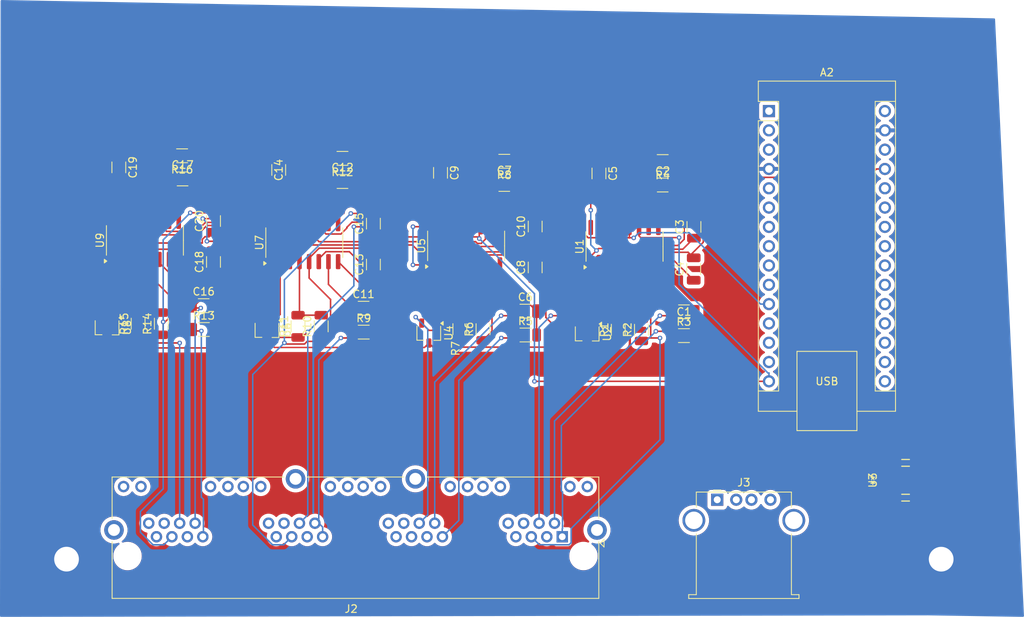
<source format=kicad_pcb>
(kicad_pcb (version 20240108) (generator "pcbnew") (generator_version "8.0")
  (layers (0 "F.Cu" signal) (31 "B.Cu" signal) (34 "B.Paste" user) (35 "F.Paste" user) (36 "B.SilkS" user "B.Silkscreen") (37 "F.SilkS" user "F.Silkscreen") (38 "B.Mask" user) (39 "F.Mask" user) (44 "Edge.Cuts" user))
  (net 0 "")
  (net 6 "DT1")
  (net 7 "GND")
  (net 8 "SCK")
  (net 9 "Net-(U5-INA+)")
  (net 11 "2A-")
  (net 12 "2B-")
  (net 14 "Net-(U5-INB+)")
  (net 17 "Net-(U5-VBG)")
  (net 23 "2E+")
  (net 39 "4A+")
  (net 44 "4A-")
  (net 47 "2A+")
  (net 49 "3E+")
  (net 50 "4E+")
  (net 51 "3A+")
  (net 57 "3E-")
  (net 59 "4E-")
  (net 60 "2E-")
  (net 62 "Net-(U5-VFB)")
  (net 65 "2B+")
  (net 66 "VCC")
  (net 68 "1E-")
  (net 69 "1E+")
  (net 70 "1A+")
  (net 71 "1A-")
  (net 72 "Net-(U1-VFB)")
  (net 73 "Net-(U1-INA+)")
  (net 74 "1B+")
  (net 75 "Net-(U1-INB+)")
  (net 76 "Net-(U1-BASE)")
  (net 77 "1B-")
  (net 78 "Net-(U1-VBG)")
  (net 82 "Net-(U4-BASE)")
  (net 84 "3A-")
  (net 85 "Net-(U7-INA+)")
  (net 86 "Net-(U7-INB+)")
  (net 87 "3B-")
  (net 88 "Net-(U7-VBG)")
  (net 89 "Net-(U7-VFB)")
  (net 90 "3B+")
  (net 91 "Net-(U6-BASE)")
  (net 93 "Net-(U5-AGND)")
  (net 94 "Net-(U9-INA+)")
  (net 95 "Net-(U9-INB+)")
  (net 96 "4B-")
  (net 97 "Net-(U9-VBG)")
  (net 98 "Net-(U9-VFB)")
  (net 99 "4B+")
  (net 100 "Net-(U8-BASE)")
  (net 108 "TX")
  (net 109 "VIN")
  (net 110 "DT3")
  (net 111 "RX")
  (net 112 "DT2")
  (net 113 "DT4")
  (footprint "Resistor_SMD:R_1206_3216Metric" (layer "F.Cu") (at 157.226 101.426)
    (property "Reference" "R3")
    (property "Value" "R3 1.2k")
  )
  (footprint "LM7805_2:DPAK-3_ONS" (layer "F.Cu") (at 182.0551 120.4596 90)
    (property "Reference" "U3")
    (property "Value" "MC7805CDTRKG")
  )
  (footprint "Resistor_SMD:R_1206_3216Metric" (layer "F.Cu") (at 94.107 100.624)
    (property "Reference" "R13")
    (property "Value" "R3 1.2k")
  )
  (footprint "Package_TO_SOT_SMD:TSOT-23" (layer "F.Cu") (at 102.4281 100.7118 -90)
    (property "Reference" "U6")
    (property "Value" "MMBT5550LT1G")
  )
  (footprint "" (layer "F.Cu") (at 76.056464 130.837083)
    (property "Reference" "")
    (property "Value" "")
  )
  (footprint "Capacitor_SMD:C_1206_3216Metric" (layer "F.Cu") (at 112.3341 81.1538)
    (property "Reference" "C12")
    (property "Value" "C")
  )
  (footprint "Resistor_SMD:R_1206_3216Metric" (layer "F.Cu") (at 109.5401 100.2038 90)
    (property "Reference" "R10")
    (property "Value" "R2 8.2k")
  )
  (footprint "Package_TO_SOT_SMD:TSOT-23" (layer "F.Cu") (at 123.698 101.092 -90)
    (property "Reference" "U4")
    (property "Value" "MMBT5550LT1G")
  )
  (footprint "Capacitor_SMD:C_1206_3216Metric" (layer "F.Cu") (at 136.3786 98.2089)
    (property "Reference" "C6")
    (property "Value" "C")
  )
  (footprint "Capacitor_SMD:C_1206_3216Metric" (layer "F.Cu") (at 116.3981 86.6928 90)
    (property "Reference" "C15")
    (property "Value" "C")
  )
  (footprint "Package_SO:SOP-16_3.9x9.9mm_P1.27mm" (layer "F.Cu") (at 107.315 89.194 90)
    (property "Reference" "U7")
    (property "Value" "HX711")
  )
  (footprint "Resistor_SMD:R_1206_3216Metric" (layer "F.Cu") (at 136.398 101.346)
    (property "Reference" "R5")
    (property "Value" "R3 1.2k")
  )
  (footprint "Resistor_SMD:R_1206_3216Metric" (layer "F.Cu") (at 148.59 100.664 90)
    (property "Reference" "R1")
    (property "Value" "R1 20k")
  )
  (footprint "Capacitor_SMD:C_1206_3216Metric" (layer "F.Cu") (at 158.5088 92.6681 90)
    (property "Reference" "C4")
    (property "Value" "C")
  )
  (footprint "Capacitor_SMD:C_1206_3216Metric" (layer "F.Cu") (at 82.931 79.288 -90)
    (property "Reference" "C19")
    (property "Value" "C")
  )
  (footprint "Capacitor_SMD:C_1206_3216Metric" (layer "F.Cu") (at 95.377 86.351 90)
    (property "Reference" "C20")
    (property "Value" "C")
  )
  (footprint "Resistor_SMD:R_1206_3216Metric" (layer "F.Cu") (at 154.432 78.526 180)
    (property "Reference" "R4")
    (property "Value" "R4 1.2k")
  )
  (footprint "Capacitor_SMD:C_1206_3216Metric" (layer "F.Cu") (at 125.222 80.01 -90)
    (property "Reference" "C9")
    (property "Value" "C")
  )
  (footprint "Resistor_SMD:R_1206_3216Metric" (layer "F.Cu") (at 151.638 100.664 90)
    (property "Reference" "R2")
    (property "Value" "R2 8.2k")
  )
  (footprint "Module:Arduino_Nano" (layer "F.Cu") (at 168.402 71.882)
    (property "Reference" "A2")
    (property "Value" "Arduino_Nano_v3.x")
  )
  (footprint "Package_SO:SOP-16_3.9x9.9mm_P1.27mm" (layer "F.Cu") (at 149.4175 89.702 90)
    (property "Reference" "U1")
    (property "Value" "HX711")
  )
  (footprint "Resistor_SMD:R_1206_3216Metric" (layer "F.Cu") (at 85.471 99.862 90)
    (property "Reference" "R15")
    (property "Value" "R1 20k")
  )
  (footprint "Connector_USB:USB_A_Stewart_SS-52100-001_Horizontal" (layer "F.Cu") (at 161.6 123.02)
    (property "Reference" "J3")
    (property "Value" "USB_B")
  )
  (footprint "Resistor_SMD:R_1206_3216Metric" (layer "F.Cu") (at 127.762 100.584 90)
    (property "Reference" "R7")
    (property "Value" "R1 20k")
  )
  (footprint "Capacitor_SMD:C_1206_3216Metric" (layer "F.Cu") (at 158.5374 87.122 90)
    (property "Reference" "C3")
    (property "Value" "C")
  )
  (footprint "Resistor_SMD:R_1206_3216Metric" (layer "F.Cu") (at 91.2515 77.764 180)
    (property "Reference" "R16")
    (property "Value" "R4 1.2k")
  )
  (footprint "Capacitor_SMD:C_1206_3216Metric" (layer "F.Cu") (at 91.313 80.812)
    (property "Reference" "C17")
    (property "Value" "C")
  )
  (footprint "Capacitor_SMD:C_1206_3216Metric" (layer "F.Cu") (at 133.604 81.534)
    (property "Reference" "C7")
    (property "Value" "C")
  )
  (footprint "Capacitor_SMD:C_1206_3216Metric" (layer "F.Cu") (at 95.377 91.734 90)
    (property "Reference" "C18")
    (property "Value" "C")
  )
  (footprint "Resistor_SMD:R_1206_3216Metric" (layer "F.Cu") (at 106.4921 100.2038 90)
    (property "Reference" "R11")
    (property "Value" "R1 20k")
  )
  (footprint "Resistor_SMD:R_1206_3216Metric" (layer "F.Cu") (at 130.81 100.584 90)
    (property "Reference" "R6")
    (property "Value" "R2 8.2k")
  )
  (footprint "Capacitor_SMD:C_1206_3216Metric" (layer "F.Cu") (at 94.0876 97.4869)
    (property "Reference" "C16")
    (property "Value" "C")
  )
  (footprint "Package_SO:SOP-16_3.9x9.9mm_P1.27mm" (layer "F.Cu") (at 86.36 88.9 90)
    (property "Reference" "U9")
    (property "Value" "HX711")
  )
  (footprint "Package_TO_SOT_SMD:TSOT-23" (layer "F.Cu") (at 144.526 101.172 -90)
    (property "Reference" "U2")
    (property "Value" "MMBT5550LT1G")
  )
  (footprint "Capacitor_SMD:C_1206_3216Metric" (layer "F.Cu") (at 157.226 98.298)
    (property "Reference" "C1")
    (property "Value" "C")
  )
  (footprint "Capacitor_SMD:C_1206_3216Metric" (layer "F.Cu") (at 137.668 87.073 90)
    (property "Reference" "C10")
    (property "Value" "C")
  )
  (footprint "" (layer "F.Cu") (at 191.040637 130.843244)
    (property "Reference" "")
    (property "Value" "")
  )
  (footprint "Package_SO:SOP-16_3.9x9.9mm_P1.27mm" (layer "F.Cu") (at 128.5895 89.622 90)
    (property "Reference" "U5")
    (property "Value" "HX711")
  )
  (footprint "Resistor_SMD:R_1206_3216Metric" (layer "F.Cu") (at 112.3341 78.1058 180)
    (property "Reference" "R12")
    (property "Value" "R4 1.2k")
  )
  (footprint "Capacitor_SMD:C_1206_3216Metric" (layer "F.Cu") (at 116.3981 92.0758 90)
    (property "Reference" "C13")
    (property "Value" "C")
  )
  (footprint "Capacitor_SMD:C_1206_3216Metric" (layer "F.Cu") (at 146.05 80.09 -90)
    (property "Reference" "C5")
    (property "Value" "C")
  )
  (footprint "Capacitor_SMD:C_1206_3216Metric" (layer "F.Cu") (at 137.668 92.456 90)
    (property "Reference" "C8")
    (property "Value" "C")
  )
  (footprint "Capacitor_SMD:C_1206_3216Metric" (layer "F.Cu") (at 103.9521 79.6298 -90)
    (property "Reference" "C14")
    (property "Value" "C")
  )
  (footprint "Resistor_SMD:R_1206_3216Metric" (layer "F.Cu") (at 115.1281 100.9658)
    (property "Reference" "R9")
    (property "Value" "R3 1.2k")
  )
  (footprint "Connector_RJ:RJ45_Amphenol_RJHSE538X-04" (layer "F.Cu") (at 141.226 127.89 180)
    (property "Reference" "J2")
    (property "Value" "Conn_01x48_Pin")
  )
  (footprint "Resistor_SMD:R_1206_3216Metric" (layer "F.Cu") (at 88.519 99.862 90)
    (property "Reference" "R14")
    (property "Value" "R2 8.2k")
  )
  (footprint "Package_TO_SOT_SMD:TSOT-23" (layer "F.Cu") (at 81.407 100.37 -90)
    (property "Reference" "U8")
    (property "Value" "MMBT5550LT1G")
  )
  (footprint "Capacitor_SMD:C_1206_3216Metric" (layer "F.Cu") (at 115.1087 97.8286)
    (property "Reference" "C11")
    (property "Value" "C")
  )
  (footprint "Resistor_SMD:R_1206_3216Metric" (layer "F.Cu") (at 133.604 78.486 180)
    (property "Reference" "R8")
    (property "Value" "R4 1.2k")
  )
  (footprint "Capacitor_SMD:C_1206_3216Metric" (layer "F.Cu") (at 154.432 81.614)
    (property "Reference" "C2")
    (property "Value" "C")
  )
  (gr_circle (center 191.040637 130.843244) (end 193.540637 130.843244) (stroke (width 0.2)) (fill none) (layer "F.Cu"))
  (gr_circle (center 76.056464 130.837083) (end 78.556464 130.837083) (stroke (width 0.2)) (fill none) (layer "F.Cu"))
  (gr_circle (center 76.530453 69.354619) (end 79.530453 69.354619) (stroke (width 0.2)) (fill none) (layer "F.Cu"))
  (gr_circle (center 191.040637 130.843244) (end 193.040637 130.843244) (stroke (width 0.2)) (fill none) (layer "F.Cu"))
  (gr_circle (center 76.056464 130.837083) (end 78.056464 130.837083) (stroke (width 0.2)) (fill none) (layer "F.Cu"))
  (gr_rect (start 72.54106 65.341648) (end 194.54106 136.341648) (stroke (width 0.2)) (fill none) (layer "F.Cu"))
  (gr_circle (center 190.98506 95.313648) (end 190.98506 95.313648) (stroke (width 0.2)) (fill none) (layer "F.Cu"))
  (gr_circle (center 76.530453 69.354619) (end 78.530453 69.354619) (stroke (width 0.2)) (fill none) (layer "F.Cu"))
  (gr_circle (center 190.53286 69.330081) (end 193.53286 69.330081) (stroke (width 0.2)) (fill none) (layer "F.Cu"))
  (gr_circle (center 190.53286 69.330081) (end 192.53286 69.330081) (stroke (width 0.2)) (fill none) (layer "F.Cu"))
  (segment (start 131.1295 86.096) (end 130.8497 85.8162) (width 0.2) (layer "F.Cu") (net 6))
  (segment (start 98.5333 88.5056) (end 107.2094 88.5056) (width 0.2) (layer "F.Cu") (net 6))
  (segment (start 130.8497 85.8162) (end 130.1112 85.8162) (width 0.2) (layer "F.Cu") (net 6))
  (segment (start 131.1295 88.4569) (end 131.1295 86.096) (width 0.2) (layer "F.Cu") (net 6))
  (segment (start 88.3227 88.1704) (end 93.2761 88.1704) (width 0.2) (layer "F.Cu") (net 6))
  (segment (start 129.8405 89.0723) (end 130.0672 89.299) (width 0.2) (layer "F.Cu") (net 6))
  (segment (start 144.6306 88.5505) (end 140.7728 84.6927) (width 0.2) (layer "F.Cu") (net 6))
  (segment (start 150.6038 88.5505) (end 150.0525 88.5505) (width 0.2) (layer "F.Cu") (net 6))
  (segment (start 130.0672 89.299) (end 130.5655 89.299) (width 0.2) (layer "F.Cu") (net 6))
  (segment (start 86.995 86.8427) (end 88.3227 88.1704) (width 0.2) (layer "F.Cu") (net 6))
  (segment (start 107.95 87.765) (end 109.2573 89.0723) (width 0.2) (layer "F.Cu") (net 6))
  (segment (start 96.9641 86.9364) (end 98.5333 88.5056) (width 0.2) (layer "F.Cu") (net 6))
  (segment (start 136.7977 84.6927) (end 136.2145 85.2759) (width 0.2) (layer "F.Cu") (net 6))
  (segment (start 94.5101 86.9364) (end 96.9641 86.9364) (width 0.2) (layer "F.Cu") (net 6))
  (segment (start 86.995 86.4) (end 86.995 86.8427) (width 0.2) (layer "F.Cu") (net 6))
  (segment (start 107.95 87.765) (end 107.95 86.694) (width 0.2) (layer "F.Cu") (net 6))
  (segment (start 109.2573 89.0723) (end 129.8405 89.0723) (width 0.2) (layer "F.Cu") (net 6))
  (segment (start 107.2094 88.5056) (end 107.95 87.765) (width 0.2) (layer "F.Cu") (net 6))
  (segment (start 131.1295 88.735) (end 131.1295 88.4569) (width 0.2) (layer "F.Cu") (net 6))
  (segment (start 150.0525 88.5505) (end 144.6306 88.5505) (width 0.2) (layer "F.Cu") (net 6))
  (segment (start 136.2145 85.2759) (end 136.2145 85.626) (width 0.2) (layer "F.Cu") (net 6))
  (segment (start 133.3836 88.4569) (end 131.1295 88.4569) (width 0.2) (layer "F.Cu") (net 6))
  (segment (start 130.5655 89.299) (end 131.1295 88.735) (width 0.2) (layer "F.Cu") (net 6))
  (segment (start 93.2761 88.1704) (end 94.5101 86.9364) (width 0.2) (layer "F.Cu") (net 6))
  (segment (start 150.0525 88.5505) (end 150.0525 87.202) (width 0.2) (layer "F.Cu") (net 6))
  (segment (start 136.2145 85.626) (end 133.3836 88.4569) (width 0.2) (layer "F.Cu") (net 6))
  (segment (start 140.7728 84.6927) (end 136.7977 84.6927) (width 0.2) (layer "F.Cu") (net 6))
  (segment (start 130.1112 85.8162) (end 129.2245 86.7029) (width 0.2) (layer "F.Cu") (net 6))
  (segment (start 150.6233 88.57) (end 150.6038 88.5505) (width 0.2) (layer "F.Cu") (net 6))
  (segment (start 129.2245 86.7029) (end 129.2245 87.122) (width 0.2) (layer "F.Cu") (net 6))
  (via (at 150.6233 88.57) (size 0.6) (drill 0.3) (layers "F.Cu" "B.Cu") (net 6))
  (segment (start 167.3003 97.282) (end 157.9027 87.8844) (width 0.2) (layer "B.Cu") (net 6))
  (segment (start 157.9027 87.8844) (end 151.3089 87.8844) (width 0.2) (layer "B.Cu") (net 6))
  (segment (start 151.3089 87.8844) (end 150.6233 88.57) (width 0.2) (layer "B.Cu") (net 6))
  (segment (start 168.402 97.282) (end 167.3003 97.282) (width 0.2) (layer "B.Cu") (net 6))
  (segment (start 167.3003 79.502) (end 165.1032 77.3049) (width 0.2) (layer "F.Cu") (net 7))
  (segment (start 104.14 86.694) (end 105.1571 86.694) (width 0.2) (layer "F.Cu") (net 7))
  (segment (start 105.1882 76.9187) (end 103.9521 78.1548) (width 0.2) (layer "F.Cu") (net 7))
  (segment (start 168.402 79.502) (end 167.3003 79.502) (width 0.2) (layer "F.Cu") (net 7))
  (segment (start 126.4301 87.122) (end 126.6845 87.122) (width 0.2) (layer "F.Cu") (net 7))
  (segment (start 146.05 77.3049) (end 126.4521 77.3049) (width 0.2) (layer "F.Cu") (net 7))
  (segment (start 125.222 78.535) (end 123.6057 76.9187) (width 0.2) (layer "F.Cu") (net 7))
  (segment (start 126.4301 87.122) (end 126.4301 79.7431) (width 0.2) (layer "F.Cu") (net 7))
  (segment (start 126.4521 77.3049) (end 125.222 78.535) (width 0.2) (layer "F.Cu") (net 7))
  (segment (start 105.1571 79.3598) (end 103.9521 78.1548) (width 0.2) (layer "F.Cu") (net 7))
  (segment (start 177.4603 79.502) (end 168.402 79.502) (width 0.2) (layer "F.Cu") (net 7))
  (segment (start 83.185 86.4) (end 84.1612 86.4) (width 0.2) (layer "F.Cu") (net 7))
  (segment (start 84.2006 76.5434) (end 102.3407 76.5434) (width 0.2) (layer "F.Cu") (net 7))
  (segment (start 82.931 77.813) (end 84.2006 76.5434) (width 0.2) (layer "F.Cu") (net 7))
  (segment (start 84.1612 86.4) (end 84.455 86.4) (width 0.2) (layer "F.Cu") (net 7))
  (segment (start 126.4301 79.7431) (end 125.222 78.535) (width 0.2) (layer "F.Cu") (net 7))
  (segment (start 147.2581 79.8231) (end 146.05 78.615) (width 0.2) (layer "F.Cu") (net 7))
  (segment (start 123.6057 76.9187) (end 105.1882 76.9187) (width 0.2) (layer "F.Cu") (net 7))
  (segment (start 146.05 77.3049) (end 146.05 78.615) (width 0.2) (layer "F.Cu") (net 7))
  (segment (start 182.5403 74.422) (end 177.4603 79.502) (width 0.2) (layer "F.Cu") (net 7))
  (segment (start 102.3407 76.5434) (end 103.9521 78.1548) (width 0.2) (layer "F.Cu") (net 7))
  (segment (start 84.1612 79.0432) (end 82.931 77.813) (width 0.2) (layer "F.Cu") (net 7))
  (segment (start 147.5125 87.202) (end 147.2581 87.202) (width 0.2) (layer "F.Cu") (net 7))
  (segment (start 84.1612 86.4) (end 84.1612 79.0432) (width 0.2) (layer "F.Cu") (net 7))
  (segment (start 105.1571 86.694) (end 105.41 86.694) (width 0.2) (layer "F.Cu") (net 7))
  (segment (start 147.2581 87.202) (end 146.2425 87.202) (width 0.2) (layer "F.Cu") (net 7))
  (segment (start 125.4145 87.122) (end 126.4301 87.122) (width 0.2) (layer "F.Cu") (net 7))
  (segment (start 165.1032 77.3049) (end 146.05 77.3049) (width 0.2) (layer "F.Cu") (net 7))
  (segment (start 105.1571 86.694) (end 105.1571 79.3598) (width 0.2) (layer "F.Cu") (net 7))
  (segment (start 147.2581 87.202) (end 147.2581 79.8231) (width 0.2) (layer "F.Cu") (net 7))
  (segment (start 183.642 74.422) (end 182.5403 74.422) (width 0.2) (layer "F.Cu") (net 7))
  (segment (start 93.1394 87.7105) (end 94.3152 86.5347) (width 0.2) (layer "F.Cu") (net 8))
  (segment (start 88.265 86.7697) (end 89.2058 87.7105) (width 0.2) (layer "F.Cu") (net 8))
  (segment (start 102.5406 88.0687) (end 106.9818 88.0687) (width 0.2) (layer "F.Cu") (net 8))
  (segment (start 168.402 107.442) (end 137.5724 107.442) (width 0.2) (layer "F.Cu") (net 8))
  (segment (start 88.265 86.4) (end 88.265 86.7697) (width 0.2) (layer "F.Cu") (net 8))
  (segment (start 120.3716 88.4381) (end 118.4408 86.5073) (width 0.2) (layer "F.Cu") (net 8))
  (segment (start 108.2986 85.3735) (end 109.22 86.2949) (width 0.2) (layer "F.Cu") (net 8))
  (segment (start 110.1658 88.0567) (end 109.22 87.1109) (width 0.2) (layer "F.Cu") (net 8))
  (segment (start 151.5425 88.5309) (end 156.5862 88.5309) (width 0.2) (layer "F.Cu") (net 8))
  (segment (start 112.9137 87.174) (end 112.9137 87.2766) (width 0.2) (layer "F.Cu") (net 8))
  (segment (start 94.3152 86.5347) (end 101.0066 86.5347) (width 0.2) (layer "F.Cu") (net 8))
  (segment (start 112.9137 87.2766) (end 112.1336 88.0567) (width 0.2) (layer "F.Cu") (net 8))
  (segment (start 130.3163 88.4381) (end 130.3163 87.3002) (width 0.2) (layer "F.Cu") (net 8))
  (segment (start 130.3163 88.4381) (end 120.3716 88.4381) (width 0.2) (layer "F.Cu") (net 8))
  (segment (start 151.3225 87.202) (end 151.3225 88.3109) (width 0.2) (layer "F.Cu") (net 8))
  (segment (start 113.5804 86.5073) (end 112.9137 87.174) (width 0.2) (layer "F.Cu") (net 8))
  (segment (start 107.6144 85.3735) (end 108.2986 85.3735) (width 0.2) (layer "F.Cu") (net 8))
  (segment (start 151.3225 88.3109) (end 151.5425 88.5309) (width 0.2) (layer "F.Cu") (net 8))
  (segment (start 106.9818 88.0687) (end 107.311 87.7395) (width 0.2) (layer "F.Cu") (net 8))
  (segment (start 130.3163 88.6536) (end 130.3163 88.4381) (width 0.2) (layer "F.Cu") (net 8))
  (segment (start 112.1336 88.0567) (end 110.1658 88.0567) (width 0.2) (layer "F.Cu") (net 8))
  (segment (start 107.311 85.6769) (end 107.6144 85.3735) (width 0.2) (layer "F.Cu") (net 8))
  (segment (start 130.3163 87.3002) (end 130.4945 87.122) (width 0.2) (layer "F.Cu") (net 8))
  (segment (start 89.2058 87.7105) (end 93.1394 87.7105) (width 0.2) (layer "F.Cu") (net 8))
  (segment (start 118.4408 86.5073) (end 113.5804 86.5073) (width 0.2) (layer "F.Cu") (net 8))
  (segment (start 109.22 87.1109) (end 109.22 86.694) (width 0.2) (layer "F.Cu") (net 8))
  (segment (start 109.22 86.2949) (end 109.22 86.694) (width 0.2) (layer "F.Cu") (net 8))
  (segment (start 107.311 87.7395) (end 107.311 85.6769) (width 0.2) (layer "F.Cu") (net 8))
  (segment (start 101.0066 86.5347) (end 102.5406 88.0687) (width 0.2) (layer "F.Cu") (net 8))
  (via (at 156.5862 88.5309) (size 0.6) (drill 0.3) (layers "F.Cu" "B.Cu") (net 8))
  (via (at 130.3163 88.6536) (size 0.6) (drill 0.3) (layers "F.Cu" "B.Cu") (net 8))
  (via (at 137.5724 107.442) (size 0.6) (drill 0.3) (layers "F.Cu" "B.Cu") (net 8))
  (segment (start 130.3163 88.6536) (end 137.5724 95.9097) (width 0.2) (layer "B.Cu") (net 8))
  (segment (start 137.5724 95.9097) (end 137.5724 107.442) (width 0.2) (layer "B.Cu") (net 8))
  (segment (start 168.402 107.442) (end 168.402 106.3403) (width 0.2) (layer "B.Cu") (net 8))
  (segment (start 168.402 106.3403) (end 168.2643 106.3403) (width 0.2) (layer "B.Cu") (net 8))
  (segment (start 156.5862 94.6622) (end 156.5862 88.5309) (width 0.2) (layer "B.Cu") (net 8))
  (segment (start 168.2643 106.3403) (end 156.5862 94.6622) (width 0.2) (layer "B.Cu") (net 8))
  (segment (start 137.8536 98.2089) (end 133.0345 93.3898) (width 0.2) (layer "F.Cu") (net 9))
  (segment (start 137.8605 101.346) (end 137.8536 101.3391) (width 0.2) (layer "F.Cu") (net 9))
  (segment (start 133.0345 93.3898) (end 133.0345 92.122) (width 0.2) (layer "F.Cu") (net 9))
  (segment (start 137.8536 101.3391) (end 137.8536 98.2089) (width 0.2) (layer "F.Cu") (net 9))
  (segment (start 131.7645 95.0698) (end 131.7645 92.122) (width 0.2) (layer "F.Cu") (net 11))
  (segment (start 134.3012 98.8113) (end 134.9036 98.2089) (width 0.2) (layer "F.Cu") (net 11))
  (segment (start 134.9036 98.2089) (end 131.7645 95.0698) (width 0.2) (layer "F.Cu") (net 11))
  (segment (start 133.1884 98.8113) (end 134.3012 98.8113) (width 0.2) (layer "F.Cu") (net 11))
  (via (at 133.1884 98.8113) (size 0.6) (drill 0.3) (layers "F.Cu" "B.Cu") (net 11))
  (segment (start 124.46 107.5397) (end 133.1884 98.8113) (width 0.2) (layer "B.Cu") (net 11))
  (segment (start 124.46 126.11) (end 124.46 107.5397) (width 0.2) (layer "B.Cu") (net 11))
  (segment (start 135.079 85.0775) (end 133.0345 87.122) (width 0.2) (layer "F.Cu") (net 12))
  (segment (start 135.079 81.534) (end 135.079 85.0775) (width 0.2) (layer "F.Cu") (net 12))
  (segment (start 132.129 81.534) (end 131.7645 81.8985) (width 0.2) (layer "F.Cu") (net 14))
  (segment (start 132.1415 78.486) (end 132.129 78.4985) (width 0.2) (layer "F.Cu") (net 14))
  (segment (start 132.129 78.4985) (end 132.129 81.534) (width 0.2) (layer "F.Cu") (net 14))
  (segment (start 131.7645 81.8985) (end 131.7645 87.122) (width 0.2) (layer "F.Cu") (net 14))
  (segment (start 130.4945 92.122) (end 130.4945 91.7523) (width 0.2) (layer "F.Cu") (net 17))
  (segment (start 131.4351 90.8117) (end 134.5487 90.8117) (width 0.2) (layer "F.Cu") (net 17))
  (segment (start 134.5487 90.8117) (end 137.668 93.931) (width 0.2) (layer "F.Cu") (net 17))
  (segment (start 130.4945 91.7523) (end 131.4351 90.8117) (width 0.2) (layer "F.Cu") (net 17))
  (segment (start 125.7238 100.0082) (end 126.0153 99.7167) (width 0.2) (layer "F.Cu") (net 23))
  (segment (start 124.9982 100.7338) (end 125.7238 100.0082) (width 0.2) (layer "F.Cu") (net 23))
  (segment (start 128.7132 89.7007) (end 136.5153 89.7007) (width 0.2) (layer "F.Cu") (net 23))
  (segment (start 126.6845 92.122) (end 126.6845 91.7294) (width 0.2) (layer "F.Cu") (net 23))
  (segment (start 136.5153 89.7007) (end 137.668 88.548) (width 0.2) (layer "F.Cu") (net 23))
  (segment (start 126.0153 99.7167) (end 126.0153 98.2578) (width 0.2) (layer "F.Cu") (net 23))
  (segment (start 123.6998 100.7338) (end 124.9982 100.7338) (width 0.2) (layer "F.Cu") (net 23))
  (segment (start 126.0153 98.2578) (end 126.6845 97.5886) (width 0.2) (layer "F.Cu") (net 23))
  (segment (start 126.6845 97.5886) (end 126.6845 92.122) (width 0.2) (layer "F.Cu") (net 23))
  (segment (start 126.6845 91.7294) (end 128.7132 89.7007) (width 0.2) (layer "F.Cu") (net 23))
  (segment (start 122.748 99.782) (end 123.6998 100.7338) (width 0.2) (layer "F.Cu") (net 23))
  (segment (start 121.9593 98.9933) (end 122.748 99.782) (width 0.2) (layer "F.Cu") (net 23))
  (segment (start 127.762 102.0465) (end 125.7238 100.0082) (width 0.2) (layer "F.Cu") (net 23))
  (via (at 121.9593 98.9933) (size 0.6) (drill 0.3) (layers "F.Cu" "B.Cu") (net 23))
  (segment (start 122.428 126.11) (end 123.5434 124.9946) (width 0.2) (layer "B.Cu") (net 23))
  (segment (start 123.5434 100.5774) (end 121.9593 98.9933) (width 0.2) (layer "B.Cu") (net 23))
  (segment (start 123.5434 124.9946) (end 123.5434 100.5774) (width 0.2) (layer "B.Cu") (net 23))
  (segment (start 92.6445 100.624) (end 92.8345 100.814) (width 0.2) (layer "F.Cu") (net 39))
  (segment (start 92.8345 100.814) (end 93.7809 100.814) (width 0.2) (layer "F.Cu") (net 39))
  (via (at 93.7809 100.814) (size 0.6) (drill 0.3) (layers "F.Cu" "B.Cu") (net 39))
  (segment (start 94.0545 127.8115) (end 94.0545 122.9573) (width 0.2) (layer "B.Cu") (net 39))
  (segment (start 94.0545 122.9573) (end 93.7809 122.6837) (width 0.2) (layer "B.Cu") (net 39))
  (segment (start 93.7809 122.6837) (end 93.7809 100.814) (width 0.2) (layer "B.Cu") (net 39))
  (segment (start 93.976 127.89) (end 94.0545 127.8115) (width 0.2) (layer "B.Cu") (net 39))
  (segment (start 96.6269 92.6867) (end 96.2715 92.3313) (width 0.2) (layer "F.Cu") (net 44))
  (segment (start 92.8924 97.4869) (end 96.6269 93.7524) (width 0.2) (layer "F.Cu") (net 44))
  (segment (start 96.6269 93.7524) (end 96.6269 92.6867) (width 0.2) (layer "F.Cu") (net 44))
  (segment (start 90.4613 92.7548) (end 89.535 91.8285) (width 0.2) (layer "F.Cu") (net 44))
  (segment (start 92.7825 92.7548) (end 90.4613 92.7548) (width 0.2) (layer "F.Cu") (net 44))
  (segment (start 92.6126 97.4869) (end 92.8924 97.4869) (width 0.2) (layer "F.Cu") (net 44))
  (segment (start 96.2715 92.3313) (end 93.206 92.3313) (width 0.2) (layer "F.Cu") (net 44))
  (segment (start 93.206 92.3313) (end 92.7825 92.7548) (width 0.2) (layer "F.Cu") (net 44))
  (segment (start 93.7027 97.794) (end 92.9197 97.794) (width 0.2) (layer "F.Cu") (net 44))
  (segment (start 92.9197 97.794) (end 92.6126 97.4869) (width 0.2) (layer "F.Cu") (net 44))
  (segment (start 89.535 91.8285) (end 89.535 91.4) (width 0.2) (layer "F.Cu") (net 44))
  (via (at 93.7027 97.794) (size 0.6) (drill 0.3) (layers "F.Cu" "B.Cu") (net 44))
  (segment (start 93.7027 97.794) (end 92.96 98.5367) (width 0.2) (layer "B.Cu") (net 44))
  (segment (start 92.96 98.5367) (end 92.96 126.11) (width 0.2) (layer "B.Cu") (net 44))
  (segment (start 133.2106 101.7392) (end 134.5423 101.7392) (width 0.2) (layer "F.Cu") (net 47))
  (segment (start 134.5423 101.7392) (end 134.9355 101.346) (width 0.2) (layer "F.Cu") (net 47))
  (via (at 133.2106 101.7392) (size 0.6) (drill 0.3) (layers "F.Cu" "B.Cu") (net 47))
  (segment (start 125.476 127.89) (end 127.631 125.735) (width 0.2) (layer "B.Cu") (net 47))
  (segment (start 127.631 125.735) (end 127.631 107.3188) (width 0.2) (layer "B.Cu") (net 47))
  (segment (start 127.631 107.3188) (end 133.2106 101.7392) (width 0.2) (layer "B.Cu") (net 47))
  (segment (start 103.505 90.6577) (end 103.7791 90.3836) (width 0.2) (layer "F.Cu") (net 49))
  (segment (start 104.5573 90.3836) (end 105.41 91.2363) (width 0.2) (layer "F.Cu") (net 49))
  (segment (start 115.3395 87.1092) (end 116.3981 88.1678) (width 0.2) (layer "F.Cu") (net 49))
  (segment (start 107.0418 101.6663) (end 107.7689 100.9392) (width 0.2) (layer "F.Cu") (net 49))
  (segment (start 106.4921 101.6663) (end 107.0418 101.6663) (width 0.2) (layer "F.Cu") (net 49))
  (segment (start 103.7426 101.6663) (end 101.4781 99.4018) (width 0.2) (layer "F.Cu") (net 49))
  (segment (start 105.41 91.2363) (end 105.41 91.694) (width 0.2) (layer "F.Cu") (net 49))
  (segment (start 101.4781 99.4018) (end 103.505 97.3749) (width 0.2) (layer "F.Cu") (net 49))
  (segment (start 113.8324 87.1092) (end 115.3395 87.1092) (width 0.2) (layer "F.Cu") (net 49))
  (segment (start 106.4921 101.6663) (end 103.7426 101.6663) (width 0.2) (layer "F.Cu") (net 49))
  (segment (start 103.7791 90.3836) (end 104.5573 90.3836) (width 0.2) (layer "F.Cu") (net 49))
  (segment (start 103.505 97.3749) (end 103.505 90.6577) (width 0.2) (layer "F.Cu") (net 49))
  (via (at 113.8324 87.1092) (size 0.6) (drill 0.3) (layers "F.Cu" "B.Cu") (net 49))
  (via (at 107.7689 100.9392) (size 0.6) (drill 0.3) (layers "F.Cu" "B.Cu") (net 49))
  (segment (start 107.7689 125.0191) (end 107.7689 100.9392) (width 0.2) (layer "B.Cu") (net 49))
  (segment (start 107.7689 100.9392) (end 113.8324 94.8757) (width 0.2) (layer "B.Cu") (net 49))
  (segment (start 113.8324 94.8757) (end 113.8324 87.1092) (width 0.2) (layer "B.Cu") (net 49))
  (segment (start 106.678 126.11) (end 107.7689 125.0191) (width 0.2) (layer "B.Cu") (net 49))
  (segment (start 94.776 88.427) (end 94.7603 88.4114) (width 0.2) (layer "F.Cu") (net 50))
  (segment (start 83.7858 98.9332) (end 83.7858 97.5358) (width 0.2) (layer "F.Cu") (net 50))
  (segment (start 83.4328 99.2862) (end 83.7858 98.9332) (width 0.2) (layer "F.Cu") (net 50))
  (segment (start 83.4328 99.2862) (end 85.471 101.3245) (width 0.2) (layer "F.Cu") (net 50))
  (segment (start 93.9094 89.2413) (end 86.241 89.2413) (width 0.2) (layer "F.Cu") (net 50))
  (segment (start 84.455 96.8666) (end 84.455 91.4) (width 0.2) (layer "F.Cu") (net 50))
  (segment (start 86.241 89.2413) (end 84.455 91.0273) (width 0.2) (layer "F.Cu") (net 50))
  (segment (start 82.7072 100.0118) (end 83.4328 99.2862) (width 0.2) (layer "F.Cu") (net 50))
  (segment (start 81.4088 100.0118) (end 82.7072 100.0118) (width 0.2) (layer "F.Cu") (net 50))
  (segment (start 94.7603 88.4114) (end 94.262 88.4114) (width 0.2) (layer "F.Cu") (net 50))
  (segment (start 94.262 88.4114) (end 93.9094 88.764) (width 0.2) (layer "F.Cu") (net 50))
  (segment (start 80.457 99.06) (end 81.4088 100.0118) (width 0.2) (layer "F.Cu") (net 50))
  (segment (start 95.377 87.826) (end 94.776 88.427) (width 0.2) (layer "F.Cu") (net 50))
  (segment (start 84.455 91.0273) (end 84.455 91.4) (width 0.2) (layer "F.Cu") (net 50))
  (segment (start 93.9094 88.764) (end 93.9094 89.2413) (width 0.2) (layer "F.Cu") (net 50))
  (segment (start 86.5399 102.3934) (end 90.928 102.3934) (width 0.2) (layer "F.Cu") (net 50))
  (segment (start 85.471 101.3245) (end 86.5399 102.3934) (width 0.2) (layer "F.Cu") (net 50))
  (segment (start 83.7858 97.5358) (end 84.455 96.8666) (width 0.2) (layer "F.Cu") (net 50))
  (via (at 90.928 102.3934) (size 0.6) (drill 0.3) (layers "F.Cu" "B.Cu") (net 50))
  (segment (start 90.928 126.11) (end 90.928 102.3934) (width 0.2) (layer "B.Cu") (net 50))
  (segment (start 112.1267 101.7392) (end 112.8922 101.7392) (width 0.2) (layer "F.Cu") (net 51))
  (segment (start 112.8922 101.7392) (end 113.6656 100.9658) (width 0.2) (layer "F.Cu") (net 51))
  (via (at 112.1267 101.7392) (size 0.6) (drill 0.3) (layers "F.Cu" "B.Cu") (net 51))
  (segment (start 109.726 126.618) (end 109.218 126.11) (width 0.2) (layer "B.Cu") (net 51))
  (segment (start 109.218 104.6479) (end 112.1267 101.7392) (width 0.2) (layer "B.Cu") (net 51))
  (segment (start 108.71 126.11) (end 109.218 126.11) (width 0.2) (layer "B.Cu") (net 51))
  (segment (start 109.726 127.89) (end 109.726 126.618) (width 0.2) (layer "B.Cu") (net 51))
  (segment (start 109.218 126.11) (end 109.218 104.6479) (width 0.2) (layer "B.Cu") (net 51))
  (segment (start 107.95 93.8553) (end 107.95 91.694) (width 0.2) (layer "F.Cu") (net 57))
  (segment (start 107.3427 102.5347) (end 104.8502 102.5347) (width 0.2) (layer "F.Cu") (net 57))
  (segment (start 107.95 91.694) (end 107.95 91.2362) (width 0.2) (layer "F.Cu") (net 57))
  (segment (start 115.7213 89.924) (end 116.3981 90.6008) (width 0.2) (layer "F.Cu") (net 57))
  (segment (start 109.5401 101.6663) (end 109.0219 102.1845) (width 0.2) (layer "F.Cu") (net 57))
  (segment (start 110.7647 96.67) (end 107.95 93.8553) (width 0.2) (layer "F.Cu") (net 57))
  (segment (start 113.428 85.3547) (end 116.2612 85.3547) (width 0.2) (layer "F.Cu") (net 57))
  (segment (start 107.6928 102.1845) (end 107.6928 102.1846) (width 0.2) (layer "F.Cu") (net 57))
  (segment (start 116.2612 85.3547) (end 116.3981 85.2178) (width 0.2) (layer "F.Cu") (net 57))
  (segment (start 107.6928 102.1846) (end 107.3427 102.5347) (width 0.2) (layer "F.Cu") (net 57))
  (segment (start 110.7647 100.4417) (end 110.7647 96.67) (width 0.2) (layer "F.Cu") (net 57))
  (segment (start 104.8502 102.5347) (end 104.6967 102.3812) (width 0.2) (layer "F.Cu") (net 57))
  (segment (start 109.2622 89.924) (end 115.7213 89.924) (width 0.2) (layer "F.Cu") (net 57))
  (segment (start 109.5401 101.6663) (end 110.7647 100.4417) (width 0.2) (layer "F.Cu") (net 57))
  (segment (start 109.0219 102.1845) (end 107.6928 102.1845) (width 0.2) (layer "F.Cu") (net 57))
  (segment (start 107.95 91.2362) (end 109.2622 89.924) (width 0.2) (layer "F.Cu") (net 57))
  (via (at 113.428 85.3547) (size 0.6) (drill 0.3) (layers "F.Cu" "B.Cu") (net 57))
  (via (at 104.6967 102.3812) (size 0.6) (drill 0.3) (layers "F.Cu" "B.Cu") (net 57))
  (segment (start 104.6043 128.9477) (end 103.1329 128.9477) (width 0.2) (layer "B.Cu") (net 57))
  (segment (start 104.6967 94.086) (end 104.6967 102.3812) (width 0.2) (layer "B.Cu") (net 57))
  (segment (start 113.428 85.3547) (end 104.6967 94.086) (width 0.2) (layer "B.Cu") (net 57))
  (segment (start 100.5348 106.5431) (end 104.6967 102.3812) (width 0.2) (layer "B.Cu") (net 57))
  (segment (start 105.662 127.89) (end 104.6043 128.9477) (width 0.2) (layer "B.Cu") (net 57))
  (segment (start 103.1329 128.9477) (end 100.5348 126.3496) (width 0.2) (layer "B.Cu") (net 57))
  (segment (start 100.5348 126.3496) (end 100.5348 106.5431) (width 0.2) (layer "B.Cu") (net 57))
  (segment (start 86.995 90.9935) (end 87.9278 90.0607) (width 0.2) (layer "F.Cu") (net 59))
  (segment (start 92.3215 85.2693) (end 94.9837 85.2693) (width 0.2) (layer "F.Cu") (net 59))
  (segment (start 86.995 93.5454) (end 86.995 91.4) (width 0.2) (layer "F.Cu") (net 59))
  (segment (start 88.7608 101.0827) (end 88.7608 99.6191) (width 0.2) (layer "F.Cu") (net 59))
  (segment (start 88.519 101.3245) (end 88.7608 101.0827) (width 0.2) (layer "F.Cu") (net 59))
  (segment (start 94.9837 85.2693) (end 95.377 84.876) (width 0.2) (layer "F.Cu") (net 59))
  (segment (start 89.6968 96.2472) (end 86.995 93.5454) (width 0.2) (layer "F.Cu") (net 59))
  (segment (start 88.7608 99.6191) (end 89.0241 99.6191) (width 0.2) (layer "F.Cu") (net 59))
  (segment (start 89.0241 99.6191) (end 89.6968 98.9464) (width 0.2) (layer "F.Cu") (net 59))
  (segment (start 89.6968 98.9464) (end 89.6968 96.2472) (width 0.2) (layer "F.Cu") (net 59))
  (segment (start 95.1787 90.0607) (end 95.377 90.259) (width 0.2) (layer "F.Cu") (net 59))
  (segment (start 87.9278 90.0607) (end 95.1787 90.0607) (width 0.2) (layer "F.Cu") (net 59))
  (segment (start 86.995 91.4) (end 86.995 90.9935) (width 0.2) (layer "F.Cu") (net 59))
  (via (at 88.7608 99.6191) (size 0.6) (drill 0.3) (layers "F.Cu" "B.Cu") (net 59))
  (via (at 92.3215 85.2693) (size 0.6) (drill 0.3) (layers "F.Cu" "B.Cu") (net 59))
  (segment (start 85.7703 124.5769) (end 88.7608 121.5864) (width 0.2) (layer "B.Cu") (net 59))
  (segment (start 88.7608 88.83) (end 92.3215 85.2693) (width 0.2) (layer "B.Cu") (net 59))
  (segment (start 88.8487 128.9533) (end 87.4265 128.9533) (width 0.2) (layer "B.Cu") (net 59))
  (segment (start 87.4265 128.9533) (end 85.7703 127.2971) (width 0.2) (layer "B.Cu") (net 59))
  (segment (start 85.7703 127.2971) (end 85.7703 124.5769) (width 0.2) (layer "B.Cu") (net 59))
  (segment (start 88.7608 99.6191) (end 88.7608 88.83) (width 0.2) (layer "B.Cu") (net 59))
  (segment (start 89.912 127.89) (end 88.8487 128.9533) (width 0.2) (layer "B.Cu") (net 59))
  (segment (start 88.7608 121.5864) (end 88.7608 99.6191) (width 0.2) (layer "B.Cu") (net 59))
  (segment (start 127.9545 99.1215) (end 127.762 99.1215) (width 0.2) (layer "F.Cu") (net 62))
  (segment (start 130.81 99.1215) (end 127.9545 99.1215) (width 0.2) (layer "F.Cu") (net 62))
  (segment (start 127.9545 99.1215) (end 127.9545 92.122) (width 0.2) (layer "F.Cu") (net 62))
  (segment (start 82.7728 103.0458) (end 81.407 101.68) (width 0.2) (layer "F.Cu") (net 66))
  (segment (start 121.6002 87.0997) (end 124.1222 87.0997) (width 0.2) (layer "F.Cu") (net 66))
  (segment (start 82.931 80.763) (end 81.915 81.779) (width 0.2) (layer "F.Cu") (net 66))
  (segment (start 124.1222 87.0997) (end 124.1445 87.122) (width 0.2) (layer "F.Cu") (net 66))
  (segment (start 125.222 81.485) (end 124.1445 82.5625) (width 0.2) (layer "F.Cu") (net 66))
  (segment (start 102.87 91.694) (end 100.8257 93.7383) (width 0.2) (layer "F.Cu") (net 66))
  (segment (start 102.4281 102.0218) (end 103.3927 102.9864) (width 0.2) (layer "F.Cu") (net 66))
  (segment (start 124.2413 102.9453) (end 123.698 102.402) (width 0.2) (layer "F.Cu") (net 66))
  (segment (start 102.4281 102.0218) (end 101.4041 103.0458) (width 0.2) (layer "F.Cu") (net 66))
  (segment (start 144.0627 102.9453) (end 124.2413 102.9453) (width 0.2) (layer "F.Cu") (net 66))
  (segment (start 81.915 86.4) (end 81.915 91.4) (width 0.2) (layer "F.Cu") (net 66))
  (segment (start 81.915 81.779) (end 81.915 86.4) (width 0.2) (layer "F.Cu") (net 66))
  (segment (start 102.87 82.1869) (end 102.87 86.0352) (width 0.2) (layer "F.Cu") (net 66))
  (segment (start 144.9725 84.9222) (end 144.9725 82.6425) (width 0.2) (layer "F.Cu") (net 66))
  (segment (start 79.794 100.067) (end 79.794 93.521) (width 0.2) (layer "F.Cu") (net 66))
  (segment (start 144.9725 90.9876) (end 145.7281 90.232) (width 0.2) (layer "F.Cu") (net 66))
  (segment (start 144.9725 82.6425) (end 146.05 81.565) (width 0.2) (layer "F.Cu") (net 66))
  (segment (start 183.642 79.502) (end 182.5403 79.502) (width 0.2) (layer "F.Cu") (net 66))
  (segment (start 181.4386 80.6037) (end 182.5403 79.502) (width 0.2) (layer "F.Cu") (net 66))
  (segment (start 151.0755 89.5659) (end 156.4414 89.5659) (width 0.2) (layer "F.Cu") (net 66))
  (segment (start 145.994 89.9661) (end 150.6753 89.9661) (width 0.2) (layer "F.Cu") (net 66))
  (segment (start 142.5158 102.482) (end 139.0744 99.0406) (width 0.2) (layer "F.Cu") (net 66))
  (segment (start 124.1445 92.122) (end 121.6002 92.122) (width 0.2) (layer "F.Cu") (net 66))
  (segment (start 102.87 90.6237) (end 103.9929 89.5008) (width 0.2) (layer "F.Cu") (net 66))
  (segment (start 103.9929 89.5008) (end 121.5233 89.5008) (width 0.2) (layer "F.Cu") (net 66))
  (segment (start 150.6753 89.9661) (end 151.0755 89.5659) (width 0.2) (layer "F.Cu") (net 66))
  (segment (start 123.1136 102.9864) (end 123.698 102.402) (width 0.2) (layer "F.Cu") (net 66))
  (segment (start 79.794 93.521) (end 81.915 91.4) (width 0.2) (layer "F.Cu") (net 66))
  (segment (start 101.2594 89.0131) (end 102.87 90.6237) (width 0.2) (layer "F.Cu") (net 66))
  (segment (start 157.2613 88.746) (end 157.2613 85.1285) (width 0.2) (layer "F.Cu") (net 66))
  (segment (start 145.7281 90.232) (end 145.994 89.9661) (width 0.2) (layer "F.Cu") (net 66))
  (segment (start 161.7861 80.6037) (end 181.4386 80.6037) (width 0.2) (layer "F.Cu") (net 66))
  (segment (start 157.2613 85.1285) (end 161.7861 80.6037) (width 0.2) (layer "F.Cu") (net 66))
  (segment (start 144.526 102.482) (end 142.5158 102.482) (width 0.2) (layer "F.Cu") (net 66))
  (segment (start 100.8257 100.4194) (end 102.4281 102.0218) (width 0.2) (layer "F.Cu") (net 66))
  (segment (start 124.1445 82.5625) (end 124.1445 87.122) (width 0.2) (layer "F.Cu") (net 66))
  (segment (start 139.0744 98.1001) (end 144.9725 92.202) (width 0.2) (layer "F.Cu") (net 66))
  (segment (start 144.9725 92.202) (end 144.9725 90.9876) (width 0.2) (layer "F.Cu") (net 66))
  (segment (start 156.4414 89.5659) (end 157.2613 88.746) (width 0.2) (layer "F.Cu") (net 66))
  (segment (start 139.0744 99.0406) (end 139.0744 98.1001) (width 0.2) (layer "F.Cu") (net 66))
  (segment (start 94.5111 89.0131) (end 101.2594 89.0131) (width 0.2) (layer "F.Cu") (net 66))
  (segment (start 81.407 101.68) (end 79.794 100.067) (width 0.2) (layer "F.Cu") (net 66))
  (segment (start 102.87 86.0352) (end 102.87 86.694) (width 0.2) (layer "F.Cu") (net 66))
  (segment (start 103.9521 81.1048) (end 102.87 82.1869) (width 0.2) (layer "F.Cu") (net 66))
  (segment (start 102.87 90.6237) (end 102.87 91.694) (width 0.2) (layer "F.Cu") (net 66))
  (segment (start 101.4041 103.0458) (end 82.7728 103.0458) (width 0.2) (layer "F.Cu") (net 66))
  (segment (start 103.3927 102.9864) (end 123.1136 102.9864) (width 0.2) (layer "F.Cu") (net 66))
  (segment (start 144.9725 87.202) (end 144.9725 84.9222) (width 0.2) (layer "F.Cu") (net 66))
  (segment (start 102.87 86.0352) (end 93.9638 86.0352) (width 0.2) (layer "F.Cu") (net 66))
  (segment (start 100.8257 93.7383) (end 100.8257 100.4194) (width 0.2) (layer "F.Cu") (net 66))
  (segment (start 144.526 102.482) (end 144.0627 102.9453) (width 0.2) (layer "F.Cu") (net 66))
  (segment (start 121.5233 89.5008) (end 124.1445 92.122) (width 0.2) (layer "F.Cu") (net 66))
  (via (at 94.5111 89.0131) (size 0.6) (drill 0.3) (layers "F.Cu" "B.Cu") (net 66))
  (via (at 145.7281 90.232) (size 0.6) (drill 0.3) (layers "F.Cu" "B.Cu") (net 66))
  (via (at 144.9725 84.9222) (size 0.6) (drill 0.3) (layers "F.Cu" "B.Cu") (net 66))
  (via (at 121.6002 87.0997) (size 0.6) (drill 0.3) (layers "F.Cu" "B.Cu") (net 66))
  (via (at 93.9638 86.0352) (size 0.6) (drill 0.3) (layers "F.Cu" "B.Cu") (net 66))
  (via (at 121.6002 92.122) (size 0.6) (drill 0.3) (layers "F.Cu" "B.Cu") (net 66))
  (segment (start 94.5111 86.5825) (end 94.5111 89.0131) (width 0.2) (layer "B.Cu") (net 66))
  (segment (start 144.9726 89.4765) (end 144.9726 84.9222) (width 0.2) (layer "B.Cu") (net 66))
  (segment (start 93.9638 86.0352) (end 94.5111 86.5825) (width 0.2) (layer "B.Cu") (net 66))
  (segment (start 145.7281 90.232) (end 144.9726 89.4765) (width 0.2) (layer "B.Cu") (net 66))
  (segment (start 144.9726 84.9222) (end 144.9725 84.9222) (width 0.2) (layer "B.Cu") (net 66))
  (segment (start 121.6002 87.0997) (end 121.6002 92.122) (width 0.2) (layer "B.Cu") (net 66))
  (segment (start 152.8551 101.7392) (end 152.0253 101.7392) (width 0.2) (layer "F.Cu") (net 68))
  (segment (start 152.0253 101.7392) (end 151.638 102.1265) (width 0.2) (layer "F.Cu") (net 68))
  (segment (start 150.0525 92.202) (end 150.0525 95.6515) (width 0.2) (layer "F.Cu") (net 68))
  (segment (start 151.4201 90.4623) (end 157.778 90.4623) (width 0.2) (layer "F.Cu") (net 68))
  (segment (start 159.7638 89.1449) (end 158.1122 90.7965) (width 0.2) (layer "F.Cu") (net 68))
  (segment (start 150.0525 92.202) (end 150.0525 91.8299) (width 0.2) (layer "F.Cu") (net 68))
  (segment (start 154.0735 101.7392) (end 152.8551 101.7392) (width 0.2) (layer "F.Cu") (net 68))
  (segment (start 158.5088 91.1931) (end 158.1122 90.7965) (width 0.2) (layer "F.Cu") (net 68))
  (segment (start 157.778 90.4623) (end 158.1122 90.7965) (width 0.2) (layer "F.Cu") (net 68))
  (segment (start 152.8551 98.4541) (end 152.8551 101.7392) (width 0.2) (layer "F.Cu") (net 68))
  (segment (start 150.0525 95.6515) (end 152.8551 98.4541) (width 0.2) (layer "F.Cu") (net 68))
  (segment (start 159.7638 86.8734) (end 159.7638 89.1449) (width 0.2) (layer "F.Cu") (net 68))
  (segment (start 158.5374 85.647) (end 159.7638 86.8734) (width 0.2) (layer "F.Cu") (net 68))
  (segment (start 150.0525 91.8299) (end 151.4201 90.4623) (width 0.2) (layer "F.Cu") (net 68))
  (via (at 154.0735 101.7392) (size 0.6) (drill 0.3) (layers "F.Cu" "B.Cu") (net 68))
  (segment (start 142.3991 126.799) (end 154.0735 115.1246) (width 0.2) (layer "B.Cu") (net 68))
  (segment (start 138.2137 128.9417) (end 142.1313 128.9417) (width 0.2) (layer "B.Cu") (net 68))
  (segment (start 142.1313 128.9417) (end 142.3991 128.6739) (width 0.2) (layer "B.Cu") (net 68))
  (segment (start 142.3991 128.6739) (end 142.3991 126.799) (width 0.2) (layer "B.Cu") (net 68))
  (segment (start 137.162 127.89) (end 138.2137 128.9417) (width 0.2) (layer "B.Cu") (net 68))
  (segment (start 154.0735 115.1246) (end 154.0735 101.7392) (width 0.2) (layer "B.Cu") (net 68))
  (segment (start 145.8405 102.1265) (end 148.59 102.1265) (width 0.2) (layer "F.Cu") (net 69))
  (segment (start 145.6402 91.1646) (end 145.6402 97.7978) (width 0.2) (layer "F.Cu") (net 69))
  (segment (start 150.8416 90.3678) (end 151.1488 90.0606) (width 0.2) (layer "F.Cu") (net 69))
  (segment (start 142.5253 98.8113) (end 143.576 99.862) (width 0.2) (layer "F.Cu") (net 69))
  (segment (start 157.0738 90.0606) (end 158.5374 88.597) (width 0.2) (layer "F.Cu") (net 69))
  (segment (start 139.7175 98.8113) (end 142.5253 98.8113) (width 0.2) (layer "F.Cu") (net 69))
  (segment (start 147.5125 92.202) (end 147.5125 91.8323) (width 0.2) (layer "F.Cu") (net 69))
  (segment (start 147.5125 92.202) (end 147.5125 91.8157) (width 0.2) (layer "F.Cu") (net 69))
  (segment (start 151.1488 90.0606) (end 157.0738 90.0606) (width 0.2) (layer "F.Cu") (net 69))
  (segment (start 143.576 99.862) (end 145.8405 102.1265) (width 0.2) (layer "F.Cu") (net 69))
  (segment (start 145.6402 97.7978) (end 143.576 99.862) (width 0.2) (layer "F.Cu") (net 69))
  (segment (start 146.5799 90.8997) (end 145.9051 90.8997) (width 0.2) (layer "F.Cu") (net 69))
  (segment (start 147.5125 91.8157) (end 148.9604 90.3678) (width 0.2) (layer "F.Cu") (net 69))
  (segment (start 145.9051 90.8997) (end 145.6402 91.1646) (width 0.2) (layer "F.Cu") (net 69))
  (segment (start 147.5125 91.8323) (end 146.5799 90.8997) (width 0.2) (layer "F.Cu") (net 69))
  (segment (start 148.9604 90.3678) (end 150.8416 90.3678) (width 0.2) (layer "F.Cu") (net 69))
  (via (at 139.7175 98.8113) (size 0.6) (drill 0.3) (layers "F.Cu" "B.Cu") (net 69))
  (segment (start 138.178 100.3508) (end 139.7175 98.8113) (width 0.2) (layer "B.Cu") (net 69))
  (segment (start 138.178 126.11) (end 138.178 100.3508) (width 0.2) (layer "B.Cu") (net 69))
  (segment (start 153.5309 100.8572) (end 155.1947 100.8572) (width 0.2) (layer "F.Cu") (net 70))
  (segment (start 155.1947 100.8572) (end 155.7635 101.426) (width 0.2) (layer "F.Cu") (net 70))
  (via (at 153.5309 100.8572) (size 0.6) (drill 0.3) (layers "F.Cu" "B.Cu") (net 70))
  (segment (start 141.1071 113.281) (end 153.5309 100.8572) (width 0.2) (layer "B.Cu") (net 70))
  (segment (start 141.1071 121.861) (end 141.1071 113.281) (width 0.2) (layer "B.Cu") (net 70))
  (segment (start 141.226 127.89) (end 141.226 126.8383) (width 0.2) (layer "B.Cu") (net 70))
  (segment (start 141.2617 126.8026) (end 141.2617 122.0156) (width 0.2) (layer "B.Cu") (net 70))
  (segment (start 141.226 126.8383) (end 141.2617 126.8026) (width 0.2) (layer "B.Cu") (net 70))
  (segment (start 141.2617 122.0156) (end 141.1071 121.861) (width 0.2) (layer "B.Cu") (net 70))
  (segment (start 155.2377 98.8113) (end 155.751 98.298) (width 0.2) (layer "F.Cu") (net 71))
  (segment (start 154.061 98.8113) (end 155.2377 98.8113) (width 0.2) (layer "F.Cu") (net 71))
  (segment (start 152.5925 92.202) (end 152.5925 95.1395) (width 0.2) (layer "F.Cu") (net 71))
  (segment (start 152.5925 95.1395) (end 155.751 98.298) (width 0.2) (layer "F.Cu") (net 71))
  (via (at 154.061 98.8113) (size 0.6) (drill 0.3) (layers "F.Cu" "B.Cu") (net 71))
  (segment (start 140.21 112.6623) (end 154.061 98.8113) (width 0.2) (layer "B.Cu") (net 71))
  (segment (start 140.21 126.11) (end 140.21 112.6623) (width 0.2) (layer "B.Cu") (net 71))
  (segment (start 151.4455 99.009) (end 148.7825 99.009) (width 0.2) (layer "F.Cu") (net 72))
  (segment (start 148.7825 99.009) (end 148.59 99.2015) (width 0.2) (layer "F.Cu") (net 72))
  (segment (start 148.7825 92.202) (end 148.7825 99.009) (width 0.2) (layer "F.Cu") (net 72))
  (segment (start 151.638 99.2015) (end 151.4455 99.009) (width 0.2) (layer "F.Cu") (net 72))
  (segment (start 153.8625 93.472) (end 158.6885 98.298) (width 0.2) (layer "F.Cu") (net 73))
  (segment (start 158.6885 98.298) (end 158.6885 101.426) (width 0.2) (layer "F.Cu") (net 73))
  (segment (start 153.8625 92.202) (end 153.8625 93.472) (width 0.2) (layer "F.Cu") (net 73))
  (segment (start 158.6885 98.298) (end 158.701 98.298) (width 0.2) (layer "F.Cu") (net 73))
  (segment (start 152.9695 78.526) (end 152.957 78.5385) (width 0.2) (layer "F.Cu") (net 75))
  (segment (start 152.5925 87.202) (end 152.5925 81.9785) (width 0.2) (layer "F.Cu") (net 75))
  (segment (start 152.957 78.5385) (end 152.957 81.614) (width 0.2) (layer "F.Cu") (net 75))
  (segment (start 152.5925 81.9785) (end 152.957 81.614) (width 0.2) (layer "F.Cu") (net 75))
  (segment (start 146.2425 99.0955) (end 146.2425 92.202) (width 0.2) (layer "F.Cu") (net 76))
  (segment (start 145.476 99.862) (end 146.2425 99.0955) (width 0.2) (layer "F.Cu") (net 76))
  (segment (start 153.8625 87.202) (end 155.907 85.1575) (width 0.2) (layer "F.Cu") (net 77))
  (segment (start 155.907 85.1575) (end 155.907 81.614) (width 0.2) (layer "F.Cu") (net 77))
  (segment (start 155.2297 90.864) (end 158.5088 94.1431) (width 0.2) (layer "F.Cu") (net 78))
  (segment (start 152.2908 90.864) (end 155.2297 90.864) (width 0.2) (layer "F.Cu") (net 78))
  (segment (start 151.3225 91.8323) (end 152.2908 90.864) (width 0.2) (layer "F.Cu") (net 78))
  (segment (start 151.3225 92.202) (end 151.3225 91.8323) (width 0.2) (layer "F.Cu") (net 78))
  (segment (start 125.4145 92.122) (end 125.4145 99.0155) (width 0.2) (layer "F.Cu") (net 82))
  (segment (start 125.4145 99.0155) (end 124.648 99.782) (width 0.2) (layer "F.Cu") (net 82))
  (segment (start 110.49 94.6849) (end 110.49 91.694) (width 0.2) (layer "F.Cu") (net 84))
  (segment (start 113.6337 97.8286) (end 110.49 94.6849) (width 0.2) (layer "F.Cu") (net 84))
  (segment (start 116.5837 97.8286) (end 116.5906 97.8355) (width 0.2) (layer "F.Cu") (net 85))
  (segment (start 116.5906 97.8355) (end 116.5906 100.9658) (width 0.2) (layer "F.Cu") (net 85))
  (segment (start 116.5837 96.5177) (end 116.5837 97.8286) (width 0.2) (layer "F.Cu") (net 85))
  (segment (start 111.76 91.694) (end 116.5837 96.5177) (width 0.2) (layer "F.Cu") (net 85))
  (segment (start 110.8591 78.1183) (end 110.8591 81.1538) (width 0.2) (layer "F.Cu") (net 86))
  (segment (start 110.49 81.5229) (end 110.49 86.694) (width 0.2) (layer "F.Cu") (net 86))
  (segment (start 110.8591 81.1538) (end 110.49 81.5229) (width 0.2) (layer "F.Cu") (net 86))
  (segment (start 110.8716 78.1058) (end 110.8591 78.1183) (width 0.2) (layer "F.Cu") (net 86))
  (segment (start 113.8091 81.1538) (end 111.76 83.2029) (width 0.2) (layer "F.Cu") (net 87))
  (segment (start 111.76 83.2029) (end 111.76 86.694) (width 0.2) (layer "F.Cu") (net 87))
  (segment (start 113.234 90.3867) (end 110.1576 90.3867) (width 0.2) (layer "F.Cu") (net 88))
  (segment (start 110.1576 90.3867) (end 109.22 91.3243) (width 0.2) (layer "F.Cu") (net 88))
  (segment (start 109.22 91.3243) (end 109.22 91.694) (width 0.2) (layer "F.Cu") (net 88))
  (segment (start 116.3981 93.5508) (end 113.234 90.3867) (width 0.2) (layer "F.Cu") (net 88))
  (segment (start 106.68 98.7413) (end 106.4921 98.7413) (width 0.2) (layer "F.Cu") (net 89))
  (segment (start 109.5401 98.7413) (end 106.68 98.7413) (width 0.2) (layer "F.Cu") (net 89))
  (segment (start 106.68 98.7413) (end 106.68 91.694) (width 0.2) (layer "F.Cu") (net 89))
  (segment (start 104.14 98.6399) (end 104.14 91.694) (width 0.2) (layer "F.Cu") (net 91))
  (segment (start 103.3781 99.4018) (end 104.14 98.6399) (width 0.2) (layer "F.Cu") (net 91))
  (segment (start 138.9101 89.1289) (end 138.9101 86.8401) (width 0.2) (layer "F.Cu") (net 93))
  (segment (start 130.4954 90.41) (end 135.7634 90.41) (width 0.2) (layer "F.Cu") (net 93))
  (segment (start 131.9914 100.8651) (end 131.9914 97.0343) (width 0.2) (layer "F.Cu") (net 93))
  (segment (start 135.7634 90.41) (end 137.2777 90.41) (width 0.2) (layer "F.Cu") (net 93))
  (segment (start 129.2245 94.2674) (end 129.2245 92.122) (width 0.2) (layer "F.Cu") (net 93))
  (segment (start 138.9101 86.8401) (end 137.668 85.598) (width 0.2) (layer "F.Cu") (net 93))
  (segment (start 137.097 90.41) (end 137.668 90.981) (width 0.2) (layer "F.Cu") (net 93))
  (segment (start 131.9914 97.0343) (end 129.2245 94.2674) (width 0.2) (layer "F.Cu") (net 93))
  (segment (start 137.5385 90.0658) (end 137.9732 90.0658) (width 0.2) (layer "F.Cu") (net 93))
  (segment (start 137.2777 90.41) (end 137.4801 90.2076) (width 0.2) (layer "F.Cu") (net 93))
  (segment (start 137.4801 90.2076) (end 137.4801 90.1242) (width 0.2) (layer "F.Cu") (net 93))
  (segment (start 129.2245 91.6809) (end 130.4954 90.41) (width 0.2) (layer "F.Cu") (net 93))
  (segment (start 129.2245 92.122) (end 129.2245 91.6809) (width 0.2) (layer "F.Cu") (net 93))
  (segment (start 137.4801 90.1242) (end 137.5385 90.0658) (width 0.2) (layer "F.Cu") (net 93))
  (segment (start 135.7634 90.41) (end 137.097 90.41) (width 0.2) (layer "F.Cu") (net 93))
  (segment (start 130.81 102.0465) (end 131.9914 100.8651) (width 0.2) (layer "F.Cu") (net 93))
  (segment (start 137.9732 90.0658) (end 138.9101 89.1289) (width 0.2) (layer "F.Cu") (net 93))
  (segment (start 95.9489 91.4) (end 90.805 91.4) (width 0.2) (layer "F.Cu") (net 94))
  (segment (start 95.5626 97.4869) (end 97.0508 95.9987) (width 0.2) (layer "F.Cu") (net 94))
  (segment (start 95.5626 97.4869) (end 95.5695 97.4938) (width 0.2) (layer "F.Cu") (net 94))
  (segment (start 95.5695 97.4938) (end 95.5695 100.624) (width 0.2) (layer "F.Cu") (net 94))
  (segment (start 97.0508 92.5019) (end 95.9489 91.4) (width 0.2) (layer "F.Cu") (net 94))
  (segment (start 97.0508 95.9987) (end 97.0508 92.5019) (width 0.2) (layer "F.Cu") (net 94))
  (segment (start 89.838 79.5991) (end 89.789 79.5501) (width 0.2) (layer "F.Cu") (net 95))
  (segment (start 89.838 80.812) (end 89.838 79.5991) (width 0.2) (layer "F.Cu") (net 95))
  (segment (start 89.789 79.5501) (end 89.6004 79.5501) (width 0.2) (layer "F.Cu") (net 95))
  (segment (start 89.535 79.6155) (end 89.535 86.4) (width 0.2) (layer "F.Cu") (net 95))
  (segment (start 89.789 79.5501) (end 89.789 77.764) (width 0.2) (layer "F.Cu") (net 95))
  (segment (start 89.6004 79.5501) (end 89.535 79.6155) (width 0.2) (layer "F.Cu") (net 95))
  (segment (start 90.805 82.795) (end 90.805 86.4) (width 0.2) (layer "F.Cu") (net 96))
  (segment (start 92.788 80.812) (end 90.805 82.795) (width 0.2) (layer "F.Cu") (net 96))
  (segment (start 88.265 91.8603) (end 88.265 91.4) (width 0.2) (layer "F.Cu") (net 97))
  (segment (start 89.6137 93.209) (end 88.265 91.8603) (width 0.2) (layer "F.Cu") (net 97))
  (segment (start 95.377 93.209) (end 89.6137 93.209) (width 0.2) (layer "F.Cu") (net 97))
  (segment (start 85.725 98.3995) (end 85.725 91.4) (width 0.2) (layer "F.Cu") (net 98))
  (segment (start 85.725 98.3995) (end 85.471 98.3995) (width 0.2) (layer "F.Cu") (net 98))
  (segment (start 88.519 98.3995) (end 85.725 98.3995) (width 0.2) (layer "F.Cu") (net 98))
  (segment (start 83.185 91.4) (end 83.185 98.232) (width 0.2) (layer "F.Cu") (net 100))
  (segment (start 83.185 98.232) (end 82.357 99.06) (width 0.2) (layer "F.Cu") (net 100))
  (zone (net 7) (net_name "GND") (layers "F&B.Cu") (connect_pads (clearance 0.5)) (min_thickness 0.25) (fill yes (thermal_gap 0.5) (thermal_bridge_width 0.5))
    (polygon (pts (xy 67.39 57.27) (xy 67.31 138.43) (xy 189.33294 138.232352) (xy 201.93 138.43) (xy 198.12 59.69)))
  )
)
</source>
